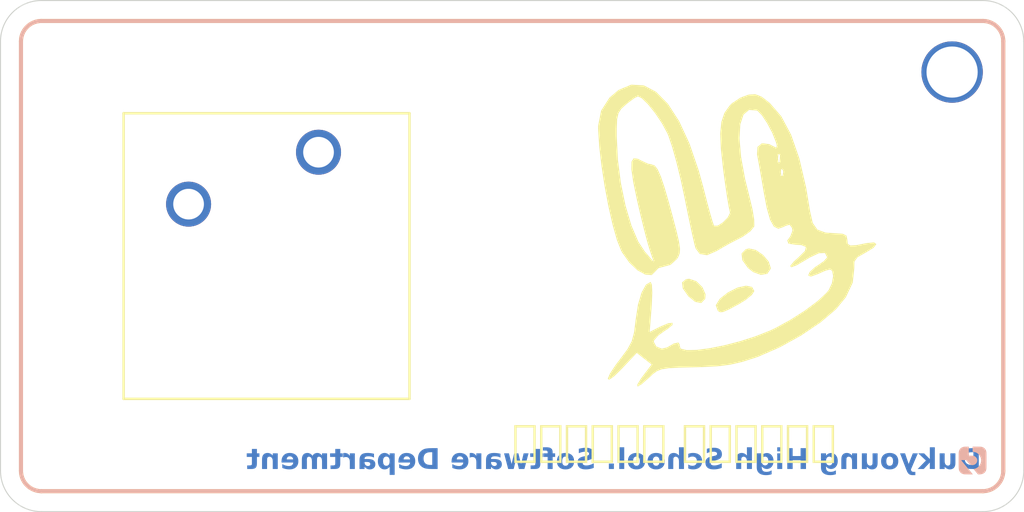
<source format=kicad_pcb>
(kicad_pcb (version 20240108) (generator "pcbnew") (generator_version "8.0")
  (layers (0 "F.Cu" signal) (31 "B.Cu" signal) (34 "B.Paste" user) (35 "F.Paste" user) (36 "B.SilkS" user "B.Silkscreen") (37 "F.SilkS" user "F.Silkscreen") (38 "B.Mask" user) (39 "F.Mask" user) (44 "Edge.Cuts" user))
  (net 0 "")
  (footprint "LOGO" (layer "F.Cu") (at 166.79404 103.644808)
    (property "Reference" "G***" (hide yes))
    (property "Value" "LOGO" (hide yes))
    (fp_poly (pts (xy -0.789628 2.085142) (xy -0.495874 2.373634) (xy -0.340281 2.725191) (xy -0.356608 2.947047) (xy -0.551144 3.153445) (xy -0.851177 3.096872) (xy -1.183169 2.825077) (xy -1.456814 2.438578) (xy -1.493294 2.143813) (xy -1.294853 1.982964) (xy -1.137414 1.965476)) (fill solid) (layer "F.SilkS"))
    (fp_poly (pts (xy 2.112998 0.554105) (xy 2.468462 0.798048) (xy 2.745404 1.123804) (xy 2.848026 1.442074) (xy 2.843682 1.47764) (xy 2.676709 1.724301) (xy 2.361749 1.7773) (xy 1.980877 1.639202) (xy 1.731506 1.44287) (xy 1.453217 1.056512) (xy 1.416515 0.732214) (xy 1.619034 0.522523) (xy 1.774811 0.481276)) (fill solid) (layer "F.SilkS"))
    (fp_poly (pts (xy 1.93329 2.364501) (xy 2.041071 2.56964) (xy 1.917667 2.760506) (xy 1.599123 3.016624) (xy 1.285119 3.208668) (xy 0.812647 3.461459) (xy 0.532983 3.587335) (xy 0.375637 3.608068) (xy 0.270119 3.545431) (xy 0.251984 3.527778) (xy 0.155774 3.261165) (xy 0.352815 2.943346) (xy 0.743874 2.63588) (xy 1.215669 2.395039) (xy 1.635186 2.303403)) (fill solid) (layer "F.SilkS"))
    (fp_poly (pts (xy -3.358907 -7.494565) (xy -2.758217 -7.17864) (xy -2.179727 -6.592278) (xy -1.632672 -5.746112) (xy -1.126287 -4.650774) (xy -0.669806 -3.316895) (xy -0.448067 -2.504178) (xy -0.268771 -1.807228) (xy -0.111333 -1.223877) (xy 0.007823 -0.81304) (xy 0.072271 -0.633635) (xy 0.073941 -0.631614) (xy 0.25224 -0.63319) (xy 0.506536 -0.795179) (xy 0.738435 -1.03097) (xy 0.849541 -1.25395) (xy 0.843349 -1.308882) (xy 0.790685 -1.541528) (xy 0.711761 -2.007042) (xy 0.61721 -2.638173) (xy 0.517662 -3.367666) (xy 0.516512 -3.376497) (xy 0.405774 -4.377171) (xy 0.374537 -5.137004) (xy 0.429838 -5.708724) (xy 0.578718 -6.145061) (xy 0.828214 -6.498745) (xy 0.949666 -6.621312) (xy 1.361315 -6.8953) (xy 1.76194 -7.042567) (xy 2.095922 -7.06166) (xy 2.407279 -6.937117) (xy 2.801343 -6.629119) (xy 3.359084 -5.982445) (xy 3.837885 -5.084077) (xy 4.242185 -3.922048) (xy 4.576424 -2.48439) (xy 4.768184 -1.327788) (xy 4.896162 -0.764828) (xy 5.122654 -0.441099) (xy 5.51545 -0.295019) (xy 5.93775 -0.265292) (xy 6.351858 -0.238879) (xy 6.542249 -0.150213) (xy 6.586702 0.039879) (xy 6.586264 0.061316) (xy 6.608437 0.254337) (xy 6.732766 0.337214) (xy 7.023353 0.320917) (xy 7.521726 0.221383) (xy 7.890256 0.184699) (xy 8.004972 0.271217) (xy 7.871014 0.448007) (xy 7.493521 0.682139) (xy 7.446131 0.705703) (xy 7.082747 0.914449) (xy 6.933092 1.126788) (xy 6.925498 1.446227) (xy 6.92648 1.45619) (xy 6.852071 2.152726) (xy 6.514032 2.87054) (xy 6.032163 3.459368) (xy 5.272889 4.104056) (xy 4.321461 4.745663) (xy 3.282158 5.32143) (xy 2.259259 5.768598) (xy 2.101729 5.824829) (xy 1.446956 6.033062) (xy 0.866352 6.167763) (xy 0.249355 6.246323) (xy -0.514597 6.286129) (xy -0.88876 6.295146) (xy -1.633801 6.312378) (xy -2.143032 6.339975) (xy -2.482985 6.392988) (xy -2.720194 6.48647) (xy -2.921193 6.635472) (xy -3.088219 6.79273) (xy -3.463481 7.1253) (xy -3.665216 7.239807) (xy -3.678436 7.140363) (xy -3.488155 6.831078) (xy -3.39686 6.70808) (xy -2.97807 6.159017) (xy -3.341118 5.875482) (xy -3.704167 5.591946) (xy -4.422321 6.359495) (xy -4.822954 6.751884) (xy -5.056662 6.909353) (xy -5.120305 6.851166) (xy -5.01074 6.596588) (xy -4.724826 6.164882) (xy -4.501792 5.872207) (xy -4.156345 5.407038) (xy -3.949827 5.017859) (xy -3.833253 4.578844) (xy -3.757641 3.964167) (xy -3.757198 3.959547) (xy -3.643956 3.22601) (xy -3.469386 2.639575) (xy -3.254219 2.252428) (xy -3.025057 2.116667) (xy -2.963464 2.258556) (xy -2.944437 2.652517) (xy -2.969856 3.25099) (xy -2.976599 3.342304) (xy -3.071113 4.567941) (xy -2.58364 4.315859) (xy -2.174733 4.143213) (xy -1.954389 4.119858) (xy -1.954473 4.223516) (xy -2.206852 4.431913) (xy -2.318691 4.501072) (xy -2.662201 4.750541) (xy -2.856427 4.982343) (xy -2.872619 5.043606) (xy -2.749094 5.275266) (xy -2.476749 5.384882) (xy -2.210896 5.317745) (xy -1.896759 5.129971) (xy -1.667771 5.082898) (xy -1.600698 5.188559) (xy -1.611376 5.223771) (xy -1.5557 5.383284) (xy -1.262188 5.454027) (xy -0.77921 5.444795) (xy -0.155139 5.364381) (xy 0.561654 5.221579) (xy 1.322796 5.025181) (xy 2.079915 4.783982) (xy 2.784639 4.506775) (xy 3.072424 4.372309) (xy 3.802449 3.972562) (xy 4.507911 3.52041) (xy 5.115807 3.067812) (xy 5.553134 2.66673) (xy 5.670561 2.523047) (xy 5.831625 2.183509) (xy 5.891638 1.833015) (xy 5.843559 1.577532) (xy 5.73773 1.511905) (xy 5.502764 1.576572) (xy 5.15133 1.733146) (xy 5.132968 1.742573) (xy 4.803436 1.86051) (xy 4.673452 1.805831) (xy 4.742083 1.632286) (xy 5.0084 1.393627) (xy 5.140476 1.309169) (xy 5.444414 1.09495) (xy 5.591511 0.923156) (xy 5.594048 0.907518) (xy 5.491707 0.704637) (xy 5.196428 0.71655) (xy 4.72582 0.941019) (xy 4.571464 1.037464) (xy 4.114689 1.305286) (xy 3.84782 1.404498) (xy 3.791831 1.341756) (xy 3.967698 1.123715) (xy 4.196401 0.918459) (xy 4.514688 0.603708) (xy 4.559552 0.408715) (xy 4.327056 0.316077) (xy 4.056944 0.302381) (xy 3.711711 0.250834) (xy 3.64877 0.093576) (xy 3.799837 -0.11079) (xy 3.901973 -0.384939) (xy 3.878864 -0.522428) (xy 3.7646 -0.678741) (xy 3.556909 -0.617555) (xy 3.483256 -0.573344) (xy 3.214235 -0.479256) (xy 2.994444 -0.58718) (xy 2.808911 -0.922902) (xy 2.642658 -1.512211) (xy 2.499279 -2.267857) (xy 2.384826 -2.942648) (xy 2.328512 -3.263195) (xy 3.338126 -3.263195) (xy 3.365924 -3.067098) (xy 3.417535 -3.064757) (xy 3.453626 -3.267109) (xy 3.429471 -3.354539) (xy 3.362337 -3.411807) (xy 3.338126 -3.263195) (xy 2.328512 -3.263195) (xy 2.278676 -3.546864) (xy 2.207776 -3.930952) (xy 3.198872 -3.930952) (xy 3.222632 -3.716318) (xy 3.27513 -3.741964) (xy 3.295099 -4.051504) (xy 3.27513 -4.119941) (xy 3.219947 -4.138934) (xy 3.198872 -3.930952) (xy 2.207776 -3.930952) (xy 2.197078 -3.988905) (xy 2.171086 -4.11806) (xy 2.195691 -4.485338) (xy 2.417995 -4.665787) (xy 2.772043 -4.620632) (xy 2.905861 -4.550042) (xy 3.114761 -4.444583) (xy 3.139497 -4.55458) (xy 3.095269 -4.715169) (xy 2.916894 -5.166975) (xy 2.669341 -5.636649) (xy 2.409461 -6.029277) (xy 2.194104 -6.249946) (xy 2.168357 -6.262657) (xy 1.78527 -6.293685) (xy 1.514622 -6.063335) (xy 1.35803 -5.591571) (xy 1.317112 -4.898356) (xy 1.393486 -4.003654) (xy 1.588768 -2.927428) (xy 1.821816 -1.985274) (xy 1.957754 -1.409994) (xy 2.035968 -0.920591) (xy 2.041828 -0.612231) (xy 2.036307 -0.58975) (xy 1.852743 -0.357111) (xy 1.494181 -0.099195) (xy 1.313676 -0.0025) (xy 0.800765 0.2629) (xy 0.312153 0.542851) (xy 0.208272 0.607904) (xy -0.265845 0.813125) (xy -0.624986 0.753687) (xy -0.831099 0.479679) (xy -0.893898 0.247971) (xy -1.001296 -0.221945) (xy -1.140544 -0.871384) (xy -1.298893 -1.641661) (xy -1.378731 -2.041071) (xy -1.565713 -2.91239) (xy -1.771469 -3.751227) (xy -1.974796 -4.47826) (xy -2.15449 -5.014169) (xy -2.207223 -5.140476) (xy -2.474776 -5.637379) (xy -2.809333 -6.136134) (xy -3.156057 -6.567626) (xy -3.460114 -6.862737) (xy -3.64663 -6.954762) (xy -3.82207 -6.865713) (xy -4.123587 -6.643945) (xy -4.221733 -6.563346) (xy -4.457876 -6.346972) (xy -4.59622 -6.1345) (xy -4.662305 -5.839872) (xy -4.681669 -5.377032) (xy -4.68163 -5.013644) (xy -4.625303 -3.861179) (xy -4.476718 -2.706569) (xy -4.251023 -1.612233) (xy -3.963368 -0.640592) (xy -3.628901 0.145933) (xy -3.311793 0.630854) (xy -2.877854 1.133929) (xy -3.084028 0.523362) (xy -3.199604 0.130993) (xy -3.357077 -0.471348) (xy -3.534768 -1.198006) (xy -3.692728 -1.88157) (xy -3.876234 -2.763415) (xy -3.966383 -3.381778) (xy -3.960365 -3.761684) (xy -3.855369 -3.928157) (xy -3.648582 -3.906223) (xy -3.475659 -3.813774) (xy -3.153024 -3.664576) (xy -2.974534 -3.628572) (xy -2.82888 -3.575793) (xy -2.684722 -3.393411) (xy -2.527407 -3.045354) (xy -2.342287 -2.495551) (xy -2.114711 -1.70793) (xy -1.954776 -1.117759) (xy -1.759553 -0.372254) (xy -1.639931 0.141958) (xy -1.589577 0.484654) (xy -1.602157 0.715608) (xy -1.671336 0.894596) (xy -1.731166 0.992473) (xy -2.052635 1.285753) (xy -2.330762 1.360714) (xy -2.642884 1.445937) (xy -2.776103 1.5875) (xy -2.973678 1.783921) (xy -3.288528 1.761731) (xy -3.667848 1.552333) (xy -4.058831 1.18713) (xy -4.408671 0.697525) (xy -4.474088 0.577748) (xy -4.675875 0.064836) (xy -4.885575 -0.677933) (xy -5.08999 -1.57877) (xy -5.275922 -2.565889) (xy -5.430176 -3.567504) (xy -5.539552 -4.511826) (xy -5.590854 -5.327068) (xy -5.593051 -5.50884) (xy -5.447195 -6.253163) (xy -5.031613 -6.900607) (xy -4.589947 -7.272582) (xy -3.972561 -7.529423)) (fill solid) (layer "F.SilkS"))
  )
  (footprint "Button_Switch_Keyboard:SW_Cherry_MX_1.00u_PCB" (layer "F.Cu") (at 147.54 99.42)
    (property "Reference" "SW1" (hide yes))
    (property "Value" "SW_Push" (hide yes))
    (fp_line (start -9.525 -1.905) (end 4.445 -1.905) (stroke (width 0.12)) (layer "F.SilkS"))
    (fp_line (start -9.525 12.065) (end -9.525 -1.905) (stroke (width 0.12)) (layer "F.SilkS"))
    (fp_line (start 4.445 -1.905) (end 4.445 12.065) (stroke (width 0.12)) (layer "F.SilkS"))
    (fp_line (start 4.445 12.065) (end -9.525 12.065) (stroke (width 0.12)) (layer "F.SilkS"))
    (pad "" np_thru_hole circle (at -7.62 5.08) (size 1.7 1.7) (drill 1.7) (layers "*.Cu" "*.Mask"))
    (pad "" np_thru_hole circle (at -2.54 5.08) (size 4 4) (drill 4) (layers "*.Cu" "*.Mask"))
    (pad "" np_thru_hole circle (at 2.54 5.08) (size 1.7 1.7) (drill 1.7) (layers "*.Cu" "*.Mask"))
    (pad "1" thru_hole circle (at 0 0) (size 2.2 2.2) (drill 1.5) (layers "*.Cu" "*.Mask"))
    (pad "2" thru_hole circle (at -6.35 2.54) (size 2.2 2.2) (drill 1.5) (layers "*.Cu" "*.Mask"))
  )
  (footprint "LOGO" (layer "B.Cu") (at 179.5 114.5 180)
    (property "Reference" "G***" (hide yes))
    (property "Value" "LOGO" (hide yes))
    (fp_poly (pts (xy -0.004 0.554529) (xy -0.004 0.428363) (xy -0.017 0.426311) (xy -0.026981 0.424877) (xy -0.042125 0.422864) (xy -0.05965 0.420638) (xy -0.065207 0.419953) (xy -0.115616 0.409837) (xy -0.165254 0.392085) (xy -0.213261 0.367059) (xy -0.25 0.341979) (xy -0.294005 0.303731) (xy -0.331559 0.261252) (xy -0.362559 0.215186) (xy -0.386899 0.166177) (xy -0.404473 0.114868) (xy -0.415176 0.061903) (xy -0.418902 0.007924) (xy -0.415546 -0.046424) (xy -0.405002 -0.100497) (xy -0.387165 -0.153654) (xy -0.361929 -0.205249) (xy -0.344332 -0.233509) (xy -0.311411 -0.275533) (xy -0.272612 -0.313371) (xy -0.229092 -0.346248) (xy -0.182008 -0.373387) (xy -0.132518 -0.394015) (xy -0.086 -0.406546) (xy -0.070051 -0.409783) (xy -0.05736 -0.4125) (xy -0.049764 -0.414296) (xy -0.048451 -0.414724) (xy -0.050141 -0.418153) (xy -0.056351 -0.426787) (xy -0.066395 -0.439759) (xy -0.079583 -0.456202) (xy -0.095227 -0.475249) (xy -0.112641 -0.496033) (xy -0.117944 -0.502286) (xy -0.12756 -0.513693) (xy -0.141155 -0.529957) (xy -0.157627 -0.549755) (xy -0.175878 -0.571763) (xy -0.194806 -0.594658) (xy -0.203571 -0.605286) (xy -0.265141 -0.68) (xy -0.315571 -0.679467) (xy -0.338486 -0.678978) (xy -0.361901 -0.678061) (xy -0.382825 -0.676855) (xy -0.39629 -0.675719) (xy -0.448625 -0.666796) (xy -0.496176 -0.65172) (xy -0.538747 -0.630623) (xy -0.576139 -0.603636) (xy -0.608153 -0.570891) (xy -0.634591 -0.532519) (xy -0.64625 -0.51) (xy -0.65859 -0.479753) (xy -0.667486 -0.448578) (xy -0.673633 -0.413747) (xy -0.675996 -0.39304) (xy -0.676646 -0.382162) (xy -0.677233 -0.364019) (xy -0.677758 -0.339345) (xy -0.67822 -0.308872) (xy -0.67862 -0.273336) (xy -0.678957 -0.23347) (xy -0.679232 -0.190008) (xy -0.679444 -0.143685) (xy -0.679594 -0.095233) (xy -0.679682 -0.045388) (xy -0.679707 0.005116) (xy -0.679669 0.055547) (xy -0.679569 0.105169) (xy -0.679407 0.15325) (xy -0.679182 0.199054) (xy -0.678894 0.241847) (xy -0.678544 0.280897) (xy -0.678132 0.315468) (xy -0.677657 0.344827) (xy -0.67712 0.36824) (xy -0.67652 0.384973) (xy -0.675996 0.393041) (xy -0.671395 0.428854) (xy -0.664713 0.459711) (xy -0.655177 0.488547) (xy -0.644087 0.514) (xy -0.620448 0.554604) (xy -0.590923 0.589915) (xy -0.555838 0.619683) (xy -0.515519 0.643657) (xy -0.47029 0.661589) (xy -0.442546 0.668986) (xy -0.433689 0.670854) (xy -0.424701 0.672431) (xy -0.414804 0.673749) (xy -0.403215 0.67484) (xy -0.389155 0.675738) (xy -0.371843 0.676475) (xy -0.3505 0.677084) (xy -0.324344 0.677598) (xy -0.292596 0.678048) (xy -0.254475 0.678468) (xy -0.2092 0.678891) (xy -0.205 0.678928) (xy -0.004 0.680695)) (fill solid) (layer "B.SilkS"))
    (fp_poly (pts (xy 0.294 0.6776) (xy 0.328021 0.6774) (xy 0.355324 0.677029) (xy 0.377192 0.676412) (xy 0.394906 0.675473) (xy 0.409747 0.674137) (xy 0.422998 0.672326) (xy 0.435941 0.669967) (xy 0.441083 0.668902) (xy 0.488752 0.655083) (xy 0.531867 0.634964) (xy 0.570066 0.608822) (xy 0.602986 0.576934) (xy 0.630266 0.539576) (xy 0.644086 0.514) (xy 0.6567 0.484552) (xy 0.665794 0.455611) (xy 0.67214 0.424241) (xy 0.675995 0.393041) (xy 0.676687 0.381711) (xy 0.67731 0.363135) (xy 0.677865 0.33805) (xy 0.678352 0.307193) (xy 0.678771 0.271303) (xy 0.679122 0.231116) (xy 0.679406 0.18737) (xy 0.679621 0.140801) (xy 0.67977 0.092149) (xy 0.679851 0.042149) (xy 0.679865 -0.008461) (xy 0.679811 -0.058942) (xy 0.679691 -0.108559) (xy 0.679504 -0.156574) (xy 0.679251 -0.202248) (xy 0.67893 -0.244845) (xy 0.678544 -0.283628) (xy 0.678091 -0.317859) (xy 0.677572 -0.3468) (xy 0.676987 -0.369715) (xy 0.676336 -0.385865) (xy 0.675859 -0.392576) (xy 0.671774 -0.425781) (xy 0.666429 -0.453544) (xy 0.659159 -0.478403) (xy 0.649301 -0.502893) (xy 0.644073 -0.514) (xy 0.6198 -0.554993) (xy 0.589755 -0.590552) (xy 0.554252 -0.620436) (xy 0.513604 -0.644404) (xy 0.468125 -0.662215) (xy 0.442257 -0.669057) (xy 0.433634 -0.67088) (xy 0.424859 -0.672423) (xy 0.415173 -0.673718) (xy 0.403817 -0.674795) (xy 0.390031 -0.675684) (xy 0.373058 -0.676415) (xy 0.352137 -0.677021) (xy 0.32651 -0.67753) (xy 0.295419 -0.677974) (xy 0.258104 -0.678383) (xy 0.213806 -0.678787) (xy 0.197 -0.678929) (xy 0.156955 -0.679202) (xy 0.119431 -0.679337) (xy 0.085167 -0.679341) (xy 0.054904 -0.67922) (xy 0.029383 -0.678978) (xy 0.009344 -0.678622) (xy -0.004473 -0.678158) (xy -0.011326 -0.677591) (xy -0.011951 -0.677336) (xy -0.009499 -0.673496) (xy -0.002664 -0.664427) (xy 0.007813 -0.651045) (xy 0.021193 -0.634267) (xy 0.036733 -0.615006) (xy 0.053694 -0.594179) (xy 0.071336 -0.572702) (xy 0.088917 -0.55149) (xy 0.105696 -0.531459) (xy 0.1137 -0.522) (xy 0.119737 -0.514817) (xy 0.130273 -0.50219) (xy 0.144712 -0.48484) (xy 0.162454 -0.463488) (xy 0.182901 -0.438855) (xy 0.205455 -0.41166) (xy 0.229517 -0.382625) (xy 0.24991 -0.358) (xy 0.278636 -0.323304) (xy 0.309594 -0.285919) (xy 0.341606 -0.247266) (xy 0.373494 -0.208767) (xy 0.404081 -0.171843) (xy 0.43219 -0.137916) (xy 0.456642 -0.108407) (xy 0.461563 -0.10247) (xy 0.48278 -0.076726) (xy 0.502282 -0.052783) (xy 0.519495 -0.031366) (xy 0.533847 -0.013202) (xy 0.544763 0.000985) (xy 0.551671 0.010468) (xy 0.554 0.014487) (xy 0.552709 0.016091) (xy 0.548332 0.017386) (xy 0.540115 0.018414) (xy 0.5273 0.019215) (xy 0.509134 0.019829) (xy 0.484859 0.020295) (xy 0.453722 0.020655) (xy 0.435183 0.020808) (xy 0.405179 0.020973) (xy 0.377845 0.021008) (xy 0.354184 0.02092) (xy 0.335197 0.020718) (xy 0.321884 0.020409) (xy 0.315246 0.020002) (xy 0.314694 0.019851) (xy 0.311787 0.016368) (xy 0.304521 0.007578) (xy 0.293616 -0.005644) (xy 0.279793 -0.022425) (xy 0.263771 -0.041891) (xy 0.252166 -0.056) (xy 0.233306 -0.078714) (xy 0.214432 -0.101053) (xy 0.19668 -0.121696) (xy 0.181189 -0.139328) (xy 0.169096 -0.152631) (xy 0.165182 -0.156736) (xy 0.132855 -0.184245) (xy 0.096357 -0.204948) (xy 0.055861 -0.218754) (xy 0.038775 -0.222291) (xy 0.020576 -0.225132) (xy 0.006381 -0.226306) (xy -0.007223 -0.225802) (xy -0.023653 -0.223605) (xy -0.033129 -0.222018) (xy -0.074478 -0.211163) (xy -0.111784 -0.194024) (xy -0.144637 -0.171358) (xy -0.172627 -0.14392) (xy -0.195344 -0.112468) (xy -0.212378 -0.077757) (xy -0.223318 -0.040544) (xy -0.227755 -0.001586) (xy -0.225278 0.038362) (xy -0.215478 0.078543) (xy -0.207345 0.099292) (xy -0.186985 0.135381) (xy -0.160328 0.167333) (xy -0.128403 0.19422) (xy -0.09224 0.215116) (xy -0.068 0.224702) (xy -0.059332 0.227326) (xy -0.050311 0.229414) (xy -0.039812 0.231057) (xy -0.026713 0.232347) (xy -0.009888 0.233375) (xy 0.011787 0.234232) (xy 0.039435 0.235009) (xy 0.066677 0.235636) (xy 0.095435 0.236377) (xy 0.12158 0.237272) (xy 0.144043 0.238266) (xy 0.161753 0.239305) (xy 0.173642 0.240334) (xy 0.178639 0.241299) (xy 0.178677 0.241331) (xy 0.17934 0.245851) (xy 0.180031 0.257629) (xy 0.180733 0.275921) (xy 0.181428 0.299985) (xy 0.182098 0.329078) (xy 0.182725 0.362458) (xy 0.18329 0.399383) (xy 0.183777 0.439109) (xy 0.184 0.461331) (xy 0.186 0.678)) (fill solid) (layer "B.SilkS"))
  )
  (gr_line (start 181 94) (end 181 115) (stroke (width 0.2)) (layer "B.SilkS"))
  (gr_arc (start 180 93) (mid 180.707107 93.292893) (end 181 94) (stroke (width 0.2)) (layer "B.SilkS"))
  (gr_line (start 180 116) (end 134 116) (stroke (width 0.2)) (layer "B.SilkS"))
  (gr_arc (start 181 115) (mid 180.707107 115.707107) (end 180 116) (stroke (width 0.2)) (layer "B.SilkS"))
  (gr_arc (start 134 116) (mid 133.292892 115.707107) (end 133 115) (stroke (width 0.2)) (layer "B.SilkS"))
  (gr_line (start 133 115) (end 133 94) (stroke (width 0.2)) (layer "B.SilkS"))
  (gr_line (start 134 93) (end 180 93) (stroke (width 0.2)) (layer "B.SilkS"))
  (gr_arc (start 133 94) (mid 133.292893 93.292893) (end 134 93) (stroke (width 0.2)) (layer "B.SilkS"))
  (gr_line (start 180 116) (end 134 116) (stroke (width 0.2)) (layer "F.SilkS"))
  (gr_arc (start 134 116) (mid 133.292893 115.707107) (end 133 115) (stroke (width 0.2)) (layer "F.SilkS"))
  (gr_arc (start 133 94) (mid 133.292893 93.292893) (end 134 93) (stroke (width 0.2)) (layer "F.SilkS"))
  (gr_line (start 181 94) (end 181 115) (stroke (width 0.2)) (layer "F.SilkS"))
  (gr_arc (start 181 115) (mid 180.707107 115.707107) (end 180 116) (stroke (width 0.2)) (layer "F.SilkS"))
  (gr_line (start 133 115) (end 133 94) (stroke (width 0.2)) (layer "F.SilkS"))
  (gr_arc (start 180 93) (mid 180.707107 93.292893) (end 181 94) (stroke (width 0.2)) (layer "F.SilkS"))
  (gr_line (start 134 93) (end 180 93) (stroke (width 0.2)) (layer "F.SilkS"))
  (gr_arc (start 132 94) (mid 132.585786 92.585786) (end 134 92) (stroke (width 0.05)) (layer "Edge.Cuts"))
  (gr_line (start 132 115) (end 132 94) (stroke (width 0.05)) (layer "Edge.Cuts"))
  (gr_arc (start 134 117) (mid 132.585786 116.414214) (end 132 115) (stroke (width 0.05)) (layer "Edge.Cuts"))
  (gr_line (start 134 92) (end 180 92) (stroke (width 0.05)) (layer "Edge.Cuts"))
  (gr_line (start 182 94) (end 182 115) (stroke (width 0.05)) (layer "Edge.Cuts"))
  (gr_arc (start 180 92) (mid 181.414214 92.585786) (end 182 94) (stroke (width 0.05)) (layer "Edge.Cuts"))
  (gr_line (start 180 117) (end 134 117) (stroke (width 0.05)) (layer "Edge.Cuts"))
  (gr_arc (start 182 115) (mid 181.414214 116.414214) (end 180 117) (stroke (width 0.05)) (layer "Edge.Cuts"))
  (gr_text "소프트웨어부" (at 162.5 112.5 0) (layer "B.Cu") (effects (font (size 1.5 1.5) (thickness 0.3) (bold yes)) (justify left bottom)))
  (gr_text "소프트웨어부" (at 166.5 112.5 0) (layer "B.Cu") (effects (font (size 1.5 1.5) (thickness 0.3) (bold yes)) (justify left bottom mirror)))
  (gr_text "Dukyoung High School. Software Department" (at 144 114.5 0) (layer "B.Cu") (effects (font (size 1 1) (thickness 0.2) (bold yes)) (justify right mirror)))
  (gr_text "덕영고등학교 소프트웨어부" (at 157 114.5 0) (layer "F.SilkS") (effects (font (size 1.5 1.5) (thickness 0.3) (bold yes)) (justify left bottom)))
  (via (at 178.5 95.5) (size 3) (drill 2.5) (layers "F.Cu" "B.Cu") (net 0))
)
</source>
